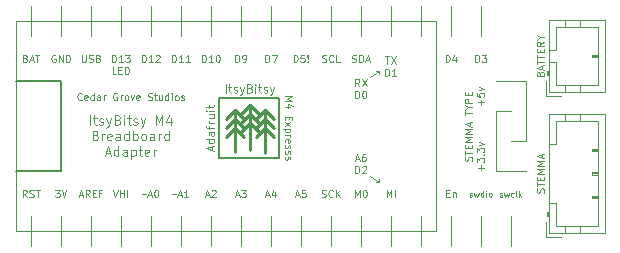
<source format=gto>
G04 #@! TF.GenerationSoftware,KiCad,Pcbnew,(5.0.0-rc2-dev-444-g2974a2c10)*
G04 #@! TF.CreationDate,2019-04-27T15:19:08-07:00*
G04 #@! TF.ProjectId,ItsyBitsy breadboad,49747379426974737920627265616462,v01*
G04 #@! TF.SameCoordinates,Original*
G04 #@! TF.FileFunction,Legend,Top*
G04 #@! TF.FilePolarity,Positive*
%FSLAX46Y46*%
G04 Gerber Fmt 4.6, Leading zero omitted, Abs format (unit mm)*
G04 Created by KiCad (PCBNEW (5.0.0-rc2-dev-444-g2974a2c10)) date 04/27/19 15:19:08*
%MOMM*%
%LPD*%
G01*
G04 APERTURE LIST*
%ADD10C,0.100000*%
%ADD11C,0.120000*%
%ADD12C,0.250000*%
%ADD13C,0.150000*%
G04 APERTURE END LIST*
D10*
X111760000Y-100330000D02*
X111760000Y-97790000D01*
X114300000Y-100330000D02*
X114300000Y-97790000D01*
X116840000Y-100330000D02*
X116840000Y-97790000D01*
X119380000Y-100330000D02*
X119380000Y-97790000D01*
X121920000Y-100330000D02*
X121920000Y-97790000D01*
X124460000Y-100330000D02*
X124460000Y-97790000D01*
X127000000Y-100330000D02*
X127000000Y-97790000D01*
X129540000Y-100330000D02*
X129540000Y-97790000D01*
X132080000Y-100330000D02*
X132080000Y-97790000D01*
X134620000Y-100330000D02*
X134620000Y-97790000D01*
X137160000Y-100330000D02*
X137160000Y-97790000D01*
X139700000Y-100330000D02*
X139700000Y-97790000D01*
X142240000Y-100330000D02*
X142240000Y-97790000D01*
X144780000Y-100330000D02*
X144780000Y-97790000D01*
X147320000Y-100330000D02*
X147320000Y-97790000D01*
X149860000Y-100330000D02*
X149860000Y-97790000D01*
X111760000Y-115570000D02*
X111760000Y-118110000D01*
X114300000Y-115570000D02*
X114300000Y-118110000D01*
X116840000Y-115570000D02*
X116840000Y-118110000D01*
X119380000Y-115570000D02*
X119380000Y-118110000D01*
X121920000Y-115570000D02*
X121920000Y-118110000D01*
X124460000Y-115570000D02*
X124460000Y-118110000D01*
X127000000Y-115570000D02*
X127000000Y-118110000D01*
X129540000Y-115570000D02*
X129540000Y-118110000D01*
X132080000Y-115570000D02*
X132080000Y-118110000D01*
X134620000Y-115570000D02*
X134620000Y-118110000D01*
X137160000Y-115570000D02*
X137160000Y-118110000D01*
X139700000Y-115570000D02*
X139700000Y-118110000D01*
X142240000Y-115570000D02*
X142240000Y-118110000D01*
X144780000Y-115570000D02*
X144780000Y-118110000D01*
X147320000Y-118110000D02*
X147320000Y-115570000D01*
X149860000Y-118110000D02*
X149860000Y-115570000D01*
X152400000Y-118110000D02*
X152400000Y-115570000D01*
D11*
X116082914Y-105675085D02*
X116054342Y-105703657D01*
X115968628Y-105732228D01*
X115911485Y-105732228D01*
X115825771Y-105703657D01*
X115768628Y-105646514D01*
X115740057Y-105589371D01*
X115711485Y-105475085D01*
X115711485Y-105389371D01*
X115740057Y-105275085D01*
X115768628Y-105217942D01*
X115825771Y-105160800D01*
X115911485Y-105132228D01*
X115968628Y-105132228D01*
X116054342Y-105160800D01*
X116082914Y-105189371D01*
X116568628Y-105703657D02*
X116511485Y-105732228D01*
X116397200Y-105732228D01*
X116340057Y-105703657D01*
X116311485Y-105646514D01*
X116311485Y-105417942D01*
X116340057Y-105360800D01*
X116397200Y-105332228D01*
X116511485Y-105332228D01*
X116568628Y-105360800D01*
X116597200Y-105417942D01*
X116597200Y-105475085D01*
X116311485Y-105532228D01*
X117111485Y-105732228D02*
X117111485Y-105132228D01*
X117111485Y-105703657D02*
X117054342Y-105732228D01*
X116940057Y-105732228D01*
X116882914Y-105703657D01*
X116854342Y-105675085D01*
X116825771Y-105617942D01*
X116825771Y-105446514D01*
X116854342Y-105389371D01*
X116882914Y-105360800D01*
X116940057Y-105332228D01*
X117054342Y-105332228D01*
X117111485Y-105360800D01*
X117654342Y-105732228D02*
X117654342Y-105417942D01*
X117625771Y-105360800D01*
X117568628Y-105332228D01*
X117454342Y-105332228D01*
X117397200Y-105360800D01*
X117654342Y-105703657D02*
X117597200Y-105732228D01*
X117454342Y-105732228D01*
X117397200Y-105703657D01*
X117368628Y-105646514D01*
X117368628Y-105589371D01*
X117397200Y-105532228D01*
X117454342Y-105503657D01*
X117597200Y-105503657D01*
X117654342Y-105475085D01*
X117940057Y-105732228D02*
X117940057Y-105332228D01*
X117940057Y-105446514D02*
X117968628Y-105389371D01*
X117997200Y-105360800D01*
X118054342Y-105332228D01*
X118111485Y-105332228D01*
X119082914Y-105160800D02*
X119025771Y-105132228D01*
X118940057Y-105132228D01*
X118854342Y-105160800D01*
X118797200Y-105217942D01*
X118768628Y-105275085D01*
X118740057Y-105389371D01*
X118740057Y-105475085D01*
X118768628Y-105589371D01*
X118797200Y-105646514D01*
X118854342Y-105703657D01*
X118940057Y-105732228D01*
X118997200Y-105732228D01*
X119082914Y-105703657D01*
X119111485Y-105675085D01*
X119111485Y-105475085D01*
X118997200Y-105475085D01*
X119368628Y-105732228D02*
X119368628Y-105332228D01*
X119368628Y-105446514D02*
X119397200Y-105389371D01*
X119425771Y-105360800D01*
X119482914Y-105332228D01*
X119540057Y-105332228D01*
X119825771Y-105732228D02*
X119768628Y-105703657D01*
X119740057Y-105675085D01*
X119711485Y-105617942D01*
X119711485Y-105446514D01*
X119740057Y-105389371D01*
X119768628Y-105360800D01*
X119825771Y-105332228D01*
X119911485Y-105332228D01*
X119968628Y-105360800D01*
X119997200Y-105389371D01*
X120025771Y-105446514D01*
X120025771Y-105617942D01*
X119997200Y-105675085D01*
X119968628Y-105703657D01*
X119911485Y-105732228D01*
X119825771Y-105732228D01*
X120225771Y-105332228D02*
X120368628Y-105732228D01*
X120511485Y-105332228D01*
X120968628Y-105703657D02*
X120911485Y-105732228D01*
X120797200Y-105732228D01*
X120740057Y-105703657D01*
X120711485Y-105646514D01*
X120711485Y-105417942D01*
X120740057Y-105360800D01*
X120797200Y-105332228D01*
X120911485Y-105332228D01*
X120968628Y-105360800D01*
X120997200Y-105417942D01*
X120997200Y-105475085D01*
X120711485Y-105532228D01*
X121682914Y-105703657D02*
X121768628Y-105732228D01*
X121911485Y-105732228D01*
X121968628Y-105703657D01*
X121997200Y-105675085D01*
X122025771Y-105617942D01*
X122025771Y-105560800D01*
X121997200Y-105503657D01*
X121968628Y-105475085D01*
X121911485Y-105446514D01*
X121797200Y-105417942D01*
X121740057Y-105389371D01*
X121711485Y-105360800D01*
X121682914Y-105303657D01*
X121682914Y-105246514D01*
X121711485Y-105189371D01*
X121740057Y-105160800D01*
X121797200Y-105132228D01*
X121940057Y-105132228D01*
X122025771Y-105160800D01*
X122197200Y-105332228D02*
X122425771Y-105332228D01*
X122282914Y-105132228D02*
X122282914Y-105646514D01*
X122311485Y-105703657D01*
X122368628Y-105732228D01*
X122425771Y-105732228D01*
X122882914Y-105332228D02*
X122882914Y-105732228D01*
X122625771Y-105332228D02*
X122625771Y-105646514D01*
X122654342Y-105703657D01*
X122711485Y-105732228D01*
X122797200Y-105732228D01*
X122854342Y-105703657D01*
X122882914Y-105675085D01*
X123425771Y-105732228D02*
X123425771Y-105132228D01*
X123425771Y-105703657D02*
X123368628Y-105732228D01*
X123254342Y-105732228D01*
X123197200Y-105703657D01*
X123168628Y-105675085D01*
X123140057Y-105617942D01*
X123140057Y-105446514D01*
X123168628Y-105389371D01*
X123197200Y-105360800D01*
X123254342Y-105332228D01*
X123368628Y-105332228D01*
X123425771Y-105360800D01*
X123711485Y-105732228D02*
X123711485Y-105332228D01*
X123711485Y-105132228D02*
X123682914Y-105160800D01*
X123711485Y-105189371D01*
X123740057Y-105160800D01*
X123711485Y-105132228D01*
X123711485Y-105189371D01*
X124082914Y-105732228D02*
X124025771Y-105703657D01*
X123997200Y-105675085D01*
X123968628Y-105617942D01*
X123968628Y-105446514D01*
X123997200Y-105389371D01*
X124025771Y-105360800D01*
X124082914Y-105332228D01*
X124168628Y-105332228D01*
X124225771Y-105360800D01*
X124254342Y-105389371D01*
X124282914Y-105446514D01*
X124282914Y-105617942D01*
X124254342Y-105675085D01*
X124225771Y-105703657D01*
X124168628Y-105732228D01*
X124082914Y-105732228D01*
X124511485Y-105703657D02*
X124568628Y-105732228D01*
X124682914Y-105732228D01*
X124740057Y-105703657D01*
X124768628Y-105646514D01*
X124768628Y-105617942D01*
X124740057Y-105560800D01*
X124682914Y-105532228D01*
X124597200Y-105532228D01*
X124540057Y-105503657D01*
X124511485Y-105446514D01*
X124511485Y-105417942D01*
X124540057Y-105360800D01*
X124597200Y-105332228D01*
X124682914Y-105332228D01*
X124740057Y-105360800D01*
D12*
X129051828Y-106589108D02*
X128289828Y-107351108D01*
X129051828Y-107351108D02*
X128289828Y-108113108D01*
X129051828Y-107351108D02*
X129813828Y-108113108D01*
X129051828Y-108113108D02*
X128289828Y-108875108D01*
X129051828Y-108113108D02*
X129813828Y-108875108D01*
X129051828Y-106589108D02*
X129813828Y-107351108D01*
X131591828Y-107351108D02*
X132353828Y-108113108D01*
X131591828Y-106589108D02*
X130829828Y-107351108D01*
X131591828Y-108113108D02*
X132353828Y-108875108D01*
X129051828Y-110145108D02*
X129051828Y-106589108D01*
X130347228Y-109941908D02*
X130347228Y-106131908D01*
X130347228Y-107655908D02*
X129585228Y-108417908D01*
X131591828Y-106589108D02*
X132353828Y-107351108D01*
X130347228Y-106893908D02*
X131109228Y-107655908D01*
X131597400Y-110185200D02*
X131591828Y-106589108D01*
X130347228Y-106131908D02*
X131109228Y-106893908D01*
X130347228Y-106893908D02*
X129585228Y-107655908D01*
X130347228Y-106131908D02*
X129585228Y-106893908D01*
X130347228Y-107655908D02*
X131109228Y-108417908D01*
X131591828Y-107351108D02*
X130829828Y-108113108D01*
X131591828Y-108113108D02*
X130829828Y-108875108D01*
D10*
X151130000Y-111760000D02*
X153670000Y-111760000D01*
X151130000Y-106680000D02*
X151130000Y-111760000D01*
X152400000Y-106680000D02*
X151130000Y-106680000D01*
X153670000Y-109220000D02*
X152400000Y-109220000D01*
X153670000Y-104140000D02*
X153670000Y-109220000D01*
X151130000Y-104140000D02*
X153670000Y-104140000D01*
X146050000Y-99060000D02*
X110490000Y-99060000D01*
X146050000Y-116840000D02*
X146050000Y-99060000D01*
X110490000Y-116840000D02*
X146050000Y-116840000D01*
X110490000Y-99060000D02*
X110490000Y-116840000D01*
D11*
X149086857Y-110850000D02*
X149115428Y-110764285D01*
X149115428Y-110621428D01*
X149086857Y-110564285D01*
X149058285Y-110535714D01*
X149001142Y-110507142D01*
X148944000Y-110507142D01*
X148886857Y-110535714D01*
X148858285Y-110564285D01*
X148829714Y-110621428D01*
X148801142Y-110735714D01*
X148772571Y-110792857D01*
X148744000Y-110821428D01*
X148686857Y-110850000D01*
X148629714Y-110850000D01*
X148572571Y-110821428D01*
X148544000Y-110792857D01*
X148515428Y-110735714D01*
X148515428Y-110592857D01*
X148544000Y-110507142D01*
X148515428Y-110335714D02*
X148515428Y-109992857D01*
X149115428Y-110164285D02*
X148515428Y-110164285D01*
X148801142Y-109792857D02*
X148801142Y-109592857D01*
X149115428Y-109507142D02*
X149115428Y-109792857D01*
X148515428Y-109792857D01*
X148515428Y-109507142D01*
X149115428Y-109250000D02*
X148515428Y-109250000D01*
X148944000Y-109050000D01*
X148515428Y-108850000D01*
X149115428Y-108850000D01*
X149115428Y-108564285D02*
X148515428Y-108564285D01*
X148944000Y-108364285D01*
X148515428Y-108164285D01*
X149115428Y-108164285D01*
X148944000Y-107907142D02*
X148944000Y-107621428D01*
X149115428Y-107964285D02*
X148515428Y-107764285D01*
X149115428Y-107564285D01*
X148515428Y-106992857D02*
X148515428Y-106650000D01*
X149115428Y-106821428D02*
X148515428Y-106821428D01*
X148829714Y-106335714D02*
X149115428Y-106335714D01*
X148515428Y-106535714D02*
X148829714Y-106335714D01*
X148515428Y-106135714D01*
X149115428Y-105935714D02*
X148515428Y-105935714D01*
X148515428Y-105707142D01*
X148544000Y-105650000D01*
X148572571Y-105621428D01*
X148629714Y-105592857D01*
X148715428Y-105592857D01*
X148772571Y-105621428D01*
X148801142Y-105650000D01*
X148829714Y-105707142D01*
X148829714Y-105935714D01*
X148801142Y-105335714D02*
X148801142Y-105135714D01*
X149115428Y-105050000D02*
X149115428Y-105335714D01*
X148515428Y-105335714D01*
X148515428Y-105050000D01*
X127091266Y-109977000D02*
X127091266Y-109643666D01*
X127291266Y-110043666D02*
X126591266Y-109810333D01*
X127291266Y-109577000D01*
X127291266Y-109043666D02*
X126591266Y-109043666D01*
X127257933Y-109043666D02*
X127291266Y-109110333D01*
X127291266Y-109243666D01*
X127257933Y-109310333D01*
X127224600Y-109343666D01*
X127157933Y-109377000D01*
X126957933Y-109377000D01*
X126891266Y-109343666D01*
X126857933Y-109310333D01*
X126824600Y-109243666D01*
X126824600Y-109110333D01*
X126857933Y-109043666D01*
X127291266Y-108410333D02*
X126924600Y-108410333D01*
X126857933Y-108443666D01*
X126824600Y-108510333D01*
X126824600Y-108643666D01*
X126857933Y-108710333D01*
X127257933Y-108410333D02*
X127291266Y-108477000D01*
X127291266Y-108643666D01*
X127257933Y-108710333D01*
X127191266Y-108743666D01*
X127124600Y-108743666D01*
X127057933Y-108710333D01*
X127024600Y-108643666D01*
X127024600Y-108477000D01*
X126991266Y-108410333D01*
X126824600Y-108177000D02*
X126824600Y-107910333D01*
X127291266Y-108077000D02*
X126691266Y-108077000D01*
X126624600Y-108043666D01*
X126591266Y-107977000D01*
X126591266Y-107910333D01*
X127291266Y-107677000D02*
X126824600Y-107677000D01*
X126957933Y-107677000D02*
X126891266Y-107643666D01*
X126857933Y-107610333D01*
X126824600Y-107543666D01*
X126824600Y-107477000D01*
X126824600Y-106943666D02*
X127291266Y-106943666D01*
X126824600Y-107243666D02*
X127191266Y-107243666D01*
X127257933Y-107210333D01*
X127291266Y-107143666D01*
X127291266Y-107043666D01*
X127257933Y-106977000D01*
X127224600Y-106943666D01*
X127291266Y-106610333D02*
X126824600Y-106610333D01*
X126591266Y-106610333D02*
X126624600Y-106643666D01*
X126657933Y-106610333D01*
X126624600Y-106577000D01*
X126591266Y-106610333D01*
X126657933Y-106610333D01*
X126824600Y-106377000D02*
X126824600Y-106110333D01*
X126591266Y-106277000D02*
X127191266Y-106277000D01*
X127257933Y-106243666D01*
X127291266Y-106177000D01*
X127291266Y-106110333D01*
X133307171Y-105405571D02*
X133907171Y-105405571D01*
X133478600Y-105605571D01*
X133907171Y-105805571D01*
X133307171Y-105805571D01*
X133707171Y-106348428D02*
X133307171Y-106348428D01*
X133935742Y-106205571D02*
X133507171Y-106062714D01*
X133507171Y-106434142D01*
X133621457Y-107119857D02*
X133621457Y-107319857D01*
X133307171Y-107405571D02*
X133307171Y-107119857D01*
X133907171Y-107119857D01*
X133907171Y-107405571D01*
X133307171Y-107605571D02*
X133707171Y-107919857D01*
X133707171Y-107605571D02*
X133307171Y-107919857D01*
X133707171Y-108148428D02*
X133107171Y-108148428D01*
X133678600Y-108148428D02*
X133707171Y-108205571D01*
X133707171Y-108319857D01*
X133678600Y-108377000D01*
X133650028Y-108405571D01*
X133592885Y-108434142D01*
X133421457Y-108434142D01*
X133364314Y-108405571D01*
X133335742Y-108377000D01*
X133307171Y-108319857D01*
X133307171Y-108205571D01*
X133335742Y-108148428D01*
X133307171Y-108691285D02*
X133707171Y-108691285D01*
X133592885Y-108691285D02*
X133650028Y-108719857D01*
X133678600Y-108748428D01*
X133707171Y-108805571D01*
X133707171Y-108862714D01*
X133335742Y-109291285D02*
X133307171Y-109234142D01*
X133307171Y-109119857D01*
X133335742Y-109062714D01*
X133392885Y-109034142D01*
X133621457Y-109034142D01*
X133678600Y-109062714D01*
X133707171Y-109119857D01*
X133707171Y-109234142D01*
X133678600Y-109291285D01*
X133621457Y-109319857D01*
X133564314Y-109319857D01*
X133507171Y-109034142D01*
X133335742Y-109548428D02*
X133307171Y-109605571D01*
X133307171Y-109719857D01*
X133335742Y-109777000D01*
X133392885Y-109805571D01*
X133421457Y-109805571D01*
X133478600Y-109777000D01*
X133507171Y-109719857D01*
X133507171Y-109634142D01*
X133535742Y-109577000D01*
X133592885Y-109548428D01*
X133621457Y-109548428D01*
X133678600Y-109577000D01*
X133707171Y-109634142D01*
X133707171Y-109719857D01*
X133678600Y-109777000D01*
X133335742Y-110034142D02*
X133307171Y-110091285D01*
X133307171Y-110205571D01*
X133335742Y-110262714D01*
X133392885Y-110291285D01*
X133421457Y-110291285D01*
X133478600Y-110262714D01*
X133507171Y-110205571D01*
X133507171Y-110119857D01*
X133535742Y-110062714D01*
X133592885Y-110034142D01*
X133621457Y-110034142D01*
X133678600Y-110062714D01*
X133707171Y-110119857D01*
X133707171Y-110205571D01*
X133678600Y-110262714D01*
X133335742Y-110519857D02*
X133307171Y-110577000D01*
X133307171Y-110691285D01*
X133335742Y-110748428D01*
X133392885Y-110777000D01*
X133421457Y-110777000D01*
X133478600Y-110748428D01*
X133507171Y-110691285D01*
X133507171Y-110605571D01*
X133535742Y-110548428D01*
X133592885Y-110519857D01*
X133621457Y-110519857D01*
X133678600Y-110548428D01*
X133707171Y-110605571D01*
X133707171Y-110691285D01*
X133678600Y-110748428D01*
X128259933Y-105091666D02*
X128259933Y-104391666D01*
X128493266Y-104625000D02*
X128759933Y-104625000D01*
X128593266Y-104391666D02*
X128593266Y-104991666D01*
X128626600Y-105058333D01*
X128693266Y-105091666D01*
X128759933Y-105091666D01*
X128959933Y-105058333D02*
X129026600Y-105091666D01*
X129159933Y-105091666D01*
X129226600Y-105058333D01*
X129259933Y-104991666D01*
X129259933Y-104958333D01*
X129226600Y-104891666D01*
X129159933Y-104858333D01*
X129059933Y-104858333D01*
X128993266Y-104825000D01*
X128959933Y-104758333D01*
X128959933Y-104725000D01*
X128993266Y-104658333D01*
X129059933Y-104625000D01*
X129159933Y-104625000D01*
X129226600Y-104658333D01*
X129493266Y-104625000D02*
X129659933Y-105091666D01*
X129826600Y-104625000D02*
X129659933Y-105091666D01*
X129593266Y-105258333D01*
X129559933Y-105291666D01*
X129493266Y-105325000D01*
X130326600Y-104725000D02*
X130426600Y-104758333D01*
X130459933Y-104791666D01*
X130493266Y-104858333D01*
X130493266Y-104958333D01*
X130459933Y-105025000D01*
X130426600Y-105058333D01*
X130359933Y-105091666D01*
X130093266Y-105091666D01*
X130093266Y-104391666D01*
X130326600Y-104391666D01*
X130393266Y-104425000D01*
X130426600Y-104458333D01*
X130459933Y-104525000D01*
X130459933Y-104591666D01*
X130426600Y-104658333D01*
X130393266Y-104691666D01*
X130326600Y-104725000D01*
X130093266Y-104725000D01*
X130793266Y-105091666D02*
X130793266Y-104625000D01*
X130793266Y-104391666D02*
X130759933Y-104425000D01*
X130793266Y-104458333D01*
X130826600Y-104425000D01*
X130793266Y-104391666D01*
X130793266Y-104458333D01*
X131026600Y-104625000D02*
X131293266Y-104625000D01*
X131126600Y-104391666D02*
X131126600Y-104991666D01*
X131159933Y-105058333D01*
X131226600Y-105091666D01*
X131293266Y-105091666D01*
X131493266Y-105058333D02*
X131559933Y-105091666D01*
X131693266Y-105091666D01*
X131759933Y-105058333D01*
X131793266Y-104991666D01*
X131793266Y-104958333D01*
X131759933Y-104891666D01*
X131693266Y-104858333D01*
X131593266Y-104858333D01*
X131526600Y-104825000D01*
X131493266Y-104758333D01*
X131493266Y-104725000D01*
X131526600Y-104658333D01*
X131593266Y-104625000D01*
X131693266Y-104625000D01*
X131759933Y-104658333D01*
X132026600Y-104625000D02*
X132193266Y-105091666D01*
X132359933Y-104625000D02*
X132193266Y-105091666D01*
X132126600Y-105258333D01*
X132093266Y-105291666D01*
X132026600Y-105325000D01*
D13*
X127736600Y-110617000D02*
X127736600Y-105537000D01*
X132816600Y-110617000D02*
X127736600Y-110617000D01*
X132816600Y-105537000D02*
X132816600Y-110617000D01*
X127736600Y-105537000D02*
X132816600Y-105537000D01*
X114300000Y-111760000D02*
X110490000Y-111760000D01*
X114300000Y-104140000D02*
X114300000Y-111760000D01*
X110490000Y-104140000D02*
X114300000Y-104140000D01*
D10*
X141224000Y-103251000D02*
X141224000Y-103505000D01*
X141224000Y-103251000D02*
X140970000Y-103251000D01*
X140462000Y-103759000D02*
X141224000Y-103251000D01*
D11*
X139600000Y-104536428D02*
X139400000Y-104250714D01*
X139257142Y-104536428D02*
X139257142Y-103936428D01*
X139485714Y-103936428D01*
X139542857Y-103965000D01*
X139571428Y-103993571D01*
X139600000Y-104050714D01*
X139600000Y-104136428D01*
X139571428Y-104193571D01*
X139542857Y-104222142D01*
X139485714Y-104250714D01*
X139257142Y-104250714D01*
X139800000Y-103936428D02*
X140200000Y-104536428D01*
X140200000Y-103936428D02*
X139800000Y-104536428D01*
X139257142Y-105556428D02*
X139257142Y-104956428D01*
X139400000Y-104956428D01*
X139485714Y-104985000D01*
X139542857Y-105042142D01*
X139571428Y-105099285D01*
X139600000Y-105213571D01*
X139600000Y-105299285D01*
X139571428Y-105413571D01*
X139542857Y-105470714D01*
X139485714Y-105527857D01*
X139400000Y-105556428D01*
X139257142Y-105556428D01*
X139971428Y-104956428D02*
X140028571Y-104956428D01*
X140085714Y-104985000D01*
X140114285Y-105013571D01*
X140142857Y-105070714D01*
X140171428Y-105185000D01*
X140171428Y-105327857D01*
X140142857Y-105442142D01*
X140114285Y-105499285D01*
X140085714Y-105527857D01*
X140028571Y-105556428D01*
X139971428Y-105556428D01*
X139914285Y-105527857D01*
X139885714Y-105499285D01*
X139857142Y-105442142D01*
X139828571Y-105327857D01*
X139828571Y-105185000D01*
X139857142Y-105070714D01*
X139885714Y-105013571D01*
X139914285Y-104985000D01*
X139971428Y-104956428D01*
D10*
X141224000Y-112649000D02*
X140970000Y-112649000D01*
X141224000Y-112649000D02*
X141224000Y-112395000D01*
X140462000Y-112141000D02*
X141224000Y-112649000D01*
D11*
X139271428Y-110715000D02*
X139557142Y-110715000D01*
X139214285Y-110886428D02*
X139414285Y-110286428D01*
X139614285Y-110886428D01*
X140071428Y-110286428D02*
X139957142Y-110286428D01*
X139900000Y-110315000D01*
X139871428Y-110343571D01*
X139814285Y-110429285D01*
X139785714Y-110543571D01*
X139785714Y-110772142D01*
X139814285Y-110829285D01*
X139842857Y-110857857D01*
X139900000Y-110886428D01*
X140014285Y-110886428D01*
X140071428Y-110857857D01*
X140100000Y-110829285D01*
X140128571Y-110772142D01*
X140128571Y-110629285D01*
X140100000Y-110572142D01*
X140071428Y-110543571D01*
X140014285Y-110515000D01*
X139900000Y-110515000D01*
X139842857Y-110543571D01*
X139814285Y-110572142D01*
X139785714Y-110629285D01*
X139257142Y-111906428D02*
X139257142Y-111306428D01*
X139400000Y-111306428D01*
X139485714Y-111335000D01*
X139542857Y-111392142D01*
X139571428Y-111449285D01*
X139600000Y-111563571D01*
X139600000Y-111649285D01*
X139571428Y-111763571D01*
X139542857Y-111820714D01*
X139485714Y-111877857D01*
X139400000Y-111906428D01*
X139257142Y-111906428D01*
X139828571Y-111363571D02*
X139857142Y-111335000D01*
X139914285Y-111306428D01*
X140057142Y-111306428D01*
X140114285Y-111335000D01*
X140142857Y-111363571D01*
X140171428Y-111420714D01*
X140171428Y-111477857D01*
X140142857Y-111563571D01*
X139800000Y-111906428D01*
X140171428Y-111906428D01*
X141897142Y-113936428D02*
X141897142Y-113336428D01*
X142097142Y-113765000D01*
X142297142Y-113336428D01*
X142297142Y-113936428D01*
X142582857Y-113936428D02*
X142582857Y-113336428D01*
X139214285Y-113936428D02*
X139214285Y-113336428D01*
X139414285Y-113765000D01*
X139614285Y-113336428D01*
X139614285Y-113936428D01*
X140014285Y-113336428D02*
X140071428Y-113336428D01*
X140128571Y-113365000D01*
X140157142Y-113393571D01*
X140185714Y-113450714D01*
X140214285Y-113565000D01*
X140214285Y-113707857D01*
X140185714Y-113822142D01*
X140157142Y-113879285D01*
X140128571Y-113907857D01*
X140071428Y-113936428D01*
X140014285Y-113936428D01*
X139957142Y-113907857D01*
X139928571Y-113879285D01*
X139900000Y-113822142D01*
X139871428Y-113707857D01*
X139871428Y-113565000D01*
X139900000Y-113450714D01*
X139928571Y-113393571D01*
X139957142Y-113365000D01*
X140014285Y-113336428D01*
X136388571Y-113907857D02*
X136474285Y-113936428D01*
X136617142Y-113936428D01*
X136674285Y-113907857D01*
X136702857Y-113879285D01*
X136731428Y-113822142D01*
X136731428Y-113765000D01*
X136702857Y-113707857D01*
X136674285Y-113679285D01*
X136617142Y-113650714D01*
X136502857Y-113622142D01*
X136445714Y-113593571D01*
X136417142Y-113565000D01*
X136388571Y-113507857D01*
X136388571Y-113450714D01*
X136417142Y-113393571D01*
X136445714Y-113365000D01*
X136502857Y-113336428D01*
X136645714Y-113336428D01*
X136731428Y-113365000D01*
X137331428Y-113879285D02*
X137302857Y-113907857D01*
X137217142Y-113936428D01*
X137160000Y-113936428D01*
X137074285Y-113907857D01*
X137017142Y-113850714D01*
X136988571Y-113793571D01*
X136960000Y-113679285D01*
X136960000Y-113593571D01*
X136988571Y-113479285D01*
X137017142Y-113422142D01*
X137074285Y-113365000D01*
X137160000Y-113336428D01*
X137217142Y-113336428D01*
X137302857Y-113365000D01*
X137331428Y-113393571D01*
X137588571Y-113936428D02*
X137588571Y-113336428D01*
X137931428Y-113936428D02*
X137674285Y-113593571D01*
X137931428Y-113336428D02*
X137588571Y-113679285D01*
X134191428Y-113765000D02*
X134477142Y-113765000D01*
X134134285Y-113936428D02*
X134334285Y-113336428D01*
X134534285Y-113936428D01*
X135020000Y-113336428D02*
X134734285Y-113336428D01*
X134705714Y-113622142D01*
X134734285Y-113593571D01*
X134791428Y-113565000D01*
X134934285Y-113565000D01*
X134991428Y-113593571D01*
X135020000Y-113622142D01*
X135048571Y-113679285D01*
X135048571Y-113822142D01*
X135020000Y-113879285D01*
X134991428Y-113907857D01*
X134934285Y-113936428D01*
X134791428Y-113936428D01*
X134734285Y-113907857D01*
X134705714Y-113879285D01*
X131651428Y-113765000D02*
X131937142Y-113765000D01*
X131594285Y-113936428D02*
X131794285Y-113336428D01*
X131994285Y-113936428D01*
X132451428Y-113536428D02*
X132451428Y-113936428D01*
X132308571Y-113307857D02*
X132165714Y-113736428D01*
X132537142Y-113736428D01*
X129111428Y-113765000D02*
X129397142Y-113765000D01*
X129054285Y-113936428D02*
X129254285Y-113336428D01*
X129454285Y-113936428D01*
X129597142Y-113336428D02*
X129968571Y-113336428D01*
X129768571Y-113565000D01*
X129854285Y-113565000D01*
X129911428Y-113593571D01*
X129940000Y-113622142D01*
X129968571Y-113679285D01*
X129968571Y-113822142D01*
X129940000Y-113879285D01*
X129911428Y-113907857D01*
X129854285Y-113936428D01*
X129682857Y-113936428D01*
X129625714Y-113907857D01*
X129597142Y-113879285D01*
X126571428Y-113765000D02*
X126857142Y-113765000D01*
X126514285Y-113936428D02*
X126714285Y-113336428D01*
X126914285Y-113936428D01*
X127085714Y-113393571D02*
X127114285Y-113365000D01*
X127171428Y-113336428D01*
X127314285Y-113336428D01*
X127371428Y-113365000D01*
X127400000Y-113393571D01*
X127428571Y-113450714D01*
X127428571Y-113507857D01*
X127400000Y-113593571D01*
X127057142Y-113936428D01*
X127428571Y-113936428D01*
X123760000Y-113707857D02*
X123788571Y-113679285D01*
X123845714Y-113650714D01*
X123960000Y-113707857D01*
X124017142Y-113679285D01*
X124045714Y-113650714D01*
X124245714Y-113765000D02*
X124531428Y-113765000D01*
X124188571Y-113936428D02*
X124388571Y-113336428D01*
X124588571Y-113936428D01*
X125102857Y-113936428D02*
X124760000Y-113936428D01*
X124931428Y-113936428D02*
X124931428Y-113336428D01*
X124874285Y-113422142D01*
X124817142Y-113479285D01*
X124760000Y-113507857D01*
X121220000Y-113707857D02*
X121248571Y-113679285D01*
X121305714Y-113650714D01*
X121420000Y-113707857D01*
X121477142Y-113679285D01*
X121505714Y-113650714D01*
X121705714Y-113765000D02*
X121991428Y-113765000D01*
X121648571Y-113936428D02*
X121848571Y-113336428D01*
X122048571Y-113936428D01*
X122362857Y-113336428D02*
X122420000Y-113336428D01*
X122477142Y-113365000D01*
X122505714Y-113393571D01*
X122534285Y-113450714D01*
X122562857Y-113565000D01*
X122562857Y-113707857D01*
X122534285Y-113822142D01*
X122505714Y-113879285D01*
X122477142Y-113907857D01*
X122420000Y-113936428D01*
X122362857Y-113936428D01*
X122305714Y-113907857D01*
X122277142Y-113879285D01*
X122248571Y-113822142D01*
X122220000Y-113707857D01*
X122220000Y-113565000D01*
X122248571Y-113450714D01*
X122277142Y-113393571D01*
X122305714Y-113365000D01*
X122362857Y-113336428D01*
X118722857Y-113336428D02*
X118922857Y-113936428D01*
X119122857Y-113336428D01*
X119322857Y-113936428D02*
X119322857Y-113336428D01*
X119322857Y-113622142D02*
X119665714Y-113622142D01*
X119665714Y-113936428D02*
X119665714Y-113336428D01*
X119951428Y-113936428D02*
X119951428Y-113336428D01*
X115868571Y-113765000D02*
X116154285Y-113765000D01*
X115811428Y-113936428D02*
X116011428Y-113336428D01*
X116211428Y-113936428D01*
X116754285Y-113936428D02*
X116554285Y-113650714D01*
X116411428Y-113936428D02*
X116411428Y-113336428D01*
X116640000Y-113336428D01*
X116697142Y-113365000D01*
X116725714Y-113393571D01*
X116754285Y-113450714D01*
X116754285Y-113536428D01*
X116725714Y-113593571D01*
X116697142Y-113622142D01*
X116640000Y-113650714D01*
X116411428Y-113650714D01*
X117011428Y-113622142D02*
X117211428Y-113622142D01*
X117297142Y-113936428D02*
X117011428Y-113936428D01*
X117011428Y-113336428D01*
X117297142Y-113336428D01*
X117754285Y-113622142D02*
X117554285Y-113622142D01*
X117554285Y-113936428D02*
X117554285Y-113336428D01*
X117840000Y-113336428D01*
X113842857Y-113336428D02*
X114214285Y-113336428D01*
X114014285Y-113565000D01*
X114100000Y-113565000D01*
X114157142Y-113593571D01*
X114185714Y-113622142D01*
X114214285Y-113679285D01*
X114214285Y-113822142D01*
X114185714Y-113879285D01*
X114157142Y-113907857D01*
X114100000Y-113936428D01*
X113928571Y-113936428D01*
X113871428Y-113907857D01*
X113842857Y-113879285D01*
X114385714Y-113336428D02*
X114585714Y-113936428D01*
X114785714Y-113336428D01*
X111431428Y-113936428D02*
X111231428Y-113650714D01*
X111088571Y-113936428D02*
X111088571Y-113336428D01*
X111317142Y-113336428D01*
X111374285Y-113365000D01*
X111402857Y-113393571D01*
X111431428Y-113450714D01*
X111431428Y-113536428D01*
X111402857Y-113593571D01*
X111374285Y-113622142D01*
X111317142Y-113650714D01*
X111088571Y-113650714D01*
X111660000Y-113907857D02*
X111745714Y-113936428D01*
X111888571Y-113936428D01*
X111945714Y-113907857D01*
X111974285Y-113879285D01*
X112002857Y-113822142D01*
X112002857Y-113765000D01*
X111974285Y-113707857D01*
X111945714Y-113679285D01*
X111888571Y-113650714D01*
X111774285Y-113622142D01*
X111717142Y-113593571D01*
X111688571Y-113565000D01*
X111660000Y-113507857D01*
X111660000Y-113450714D01*
X111688571Y-113393571D01*
X111717142Y-113365000D01*
X111774285Y-113336428D01*
X111917142Y-113336428D01*
X112002857Y-113365000D01*
X112174285Y-113336428D02*
X112517142Y-113336428D01*
X112345714Y-113936428D02*
X112345714Y-113336428D01*
X111317142Y-102192142D02*
X111402857Y-102220714D01*
X111431428Y-102249285D01*
X111460000Y-102306428D01*
X111460000Y-102392142D01*
X111431428Y-102449285D01*
X111402857Y-102477857D01*
X111345714Y-102506428D01*
X111117142Y-102506428D01*
X111117142Y-101906428D01*
X111317142Y-101906428D01*
X111374285Y-101935000D01*
X111402857Y-101963571D01*
X111431428Y-102020714D01*
X111431428Y-102077857D01*
X111402857Y-102135000D01*
X111374285Y-102163571D01*
X111317142Y-102192142D01*
X111117142Y-102192142D01*
X111688571Y-102335000D02*
X111974285Y-102335000D01*
X111631428Y-102506428D02*
X111831428Y-101906428D01*
X112031428Y-102506428D01*
X112145714Y-101906428D02*
X112488571Y-101906428D01*
X112317142Y-102506428D02*
X112317142Y-101906428D01*
X113842857Y-101935000D02*
X113785714Y-101906428D01*
X113700000Y-101906428D01*
X113614285Y-101935000D01*
X113557142Y-101992142D01*
X113528571Y-102049285D01*
X113500000Y-102163571D01*
X113500000Y-102249285D01*
X113528571Y-102363571D01*
X113557142Y-102420714D01*
X113614285Y-102477857D01*
X113700000Y-102506428D01*
X113757142Y-102506428D01*
X113842857Y-102477857D01*
X113871428Y-102449285D01*
X113871428Y-102249285D01*
X113757142Y-102249285D01*
X114128571Y-102506428D02*
X114128571Y-101906428D01*
X114471428Y-102506428D01*
X114471428Y-101906428D01*
X114757142Y-102506428D02*
X114757142Y-101906428D01*
X114900000Y-101906428D01*
X114985714Y-101935000D01*
X115042857Y-101992142D01*
X115071428Y-102049285D01*
X115100000Y-102163571D01*
X115100000Y-102249285D01*
X115071428Y-102363571D01*
X115042857Y-102420714D01*
X114985714Y-102477857D01*
X114900000Y-102506428D01*
X114757142Y-102506428D01*
X116082857Y-101906428D02*
X116082857Y-102392142D01*
X116111428Y-102449285D01*
X116140000Y-102477857D01*
X116197142Y-102506428D01*
X116311428Y-102506428D01*
X116368571Y-102477857D01*
X116397142Y-102449285D01*
X116425714Y-102392142D01*
X116425714Y-101906428D01*
X116682857Y-102477857D02*
X116768571Y-102506428D01*
X116911428Y-102506428D01*
X116968571Y-102477857D01*
X116997142Y-102449285D01*
X117025714Y-102392142D01*
X117025714Y-102335000D01*
X116997142Y-102277857D01*
X116968571Y-102249285D01*
X116911428Y-102220714D01*
X116797142Y-102192142D01*
X116740000Y-102163571D01*
X116711428Y-102135000D01*
X116682857Y-102077857D01*
X116682857Y-102020714D01*
X116711428Y-101963571D01*
X116740000Y-101935000D01*
X116797142Y-101906428D01*
X116940000Y-101906428D01*
X117025714Y-101935000D01*
X117482857Y-102192142D02*
X117568571Y-102220714D01*
X117597142Y-102249285D01*
X117625714Y-102306428D01*
X117625714Y-102392142D01*
X117597142Y-102449285D01*
X117568571Y-102477857D01*
X117511428Y-102506428D01*
X117282857Y-102506428D01*
X117282857Y-101906428D01*
X117482857Y-101906428D01*
X117540000Y-101935000D01*
X117568571Y-101963571D01*
X117597142Y-102020714D01*
X117597142Y-102077857D01*
X117568571Y-102135000D01*
X117540000Y-102163571D01*
X117482857Y-102192142D01*
X117282857Y-102192142D01*
X118651428Y-102504428D02*
X118651428Y-101904428D01*
X118794285Y-101904428D01*
X118880000Y-101933000D01*
X118937142Y-101990142D01*
X118965714Y-102047285D01*
X118994285Y-102161571D01*
X118994285Y-102247285D01*
X118965714Y-102361571D01*
X118937142Y-102418714D01*
X118880000Y-102475857D01*
X118794285Y-102504428D01*
X118651428Y-102504428D01*
X119565714Y-102504428D02*
X119222857Y-102504428D01*
X119394285Y-102504428D02*
X119394285Y-101904428D01*
X119337142Y-101990142D01*
X119280000Y-102047285D01*
X119222857Y-102075857D01*
X119765714Y-101904428D02*
X120137142Y-101904428D01*
X119937142Y-102133000D01*
X120022857Y-102133000D01*
X120080000Y-102161571D01*
X120108571Y-102190142D01*
X120137142Y-102247285D01*
X120137142Y-102390142D01*
X120108571Y-102447285D01*
X120080000Y-102475857D01*
X120022857Y-102504428D01*
X119851428Y-102504428D01*
X119794285Y-102475857D01*
X119765714Y-102447285D01*
X118994285Y-103524428D02*
X118708571Y-103524428D01*
X118708571Y-102924428D01*
X119194285Y-103210142D02*
X119394285Y-103210142D01*
X119480000Y-103524428D02*
X119194285Y-103524428D01*
X119194285Y-102924428D01*
X119480000Y-102924428D01*
X119737142Y-103524428D02*
X119737142Y-102924428D01*
X119880000Y-102924428D01*
X119965714Y-102953000D01*
X120022857Y-103010142D01*
X120051428Y-103067285D01*
X120080000Y-103181571D01*
X120080000Y-103267285D01*
X120051428Y-103381571D01*
X120022857Y-103438714D01*
X119965714Y-103495857D01*
X119880000Y-103524428D01*
X119737142Y-103524428D01*
X121191428Y-102506428D02*
X121191428Y-101906428D01*
X121334285Y-101906428D01*
X121420000Y-101935000D01*
X121477142Y-101992142D01*
X121505714Y-102049285D01*
X121534285Y-102163571D01*
X121534285Y-102249285D01*
X121505714Y-102363571D01*
X121477142Y-102420714D01*
X121420000Y-102477857D01*
X121334285Y-102506428D01*
X121191428Y-102506428D01*
X122105714Y-102506428D02*
X121762857Y-102506428D01*
X121934285Y-102506428D02*
X121934285Y-101906428D01*
X121877142Y-101992142D01*
X121820000Y-102049285D01*
X121762857Y-102077857D01*
X122334285Y-101963571D02*
X122362857Y-101935000D01*
X122420000Y-101906428D01*
X122562857Y-101906428D01*
X122620000Y-101935000D01*
X122648571Y-101963571D01*
X122677142Y-102020714D01*
X122677142Y-102077857D01*
X122648571Y-102163571D01*
X122305714Y-102506428D01*
X122677142Y-102506428D01*
X123731428Y-102506428D02*
X123731428Y-101906428D01*
X123874285Y-101906428D01*
X123960000Y-101935000D01*
X124017142Y-101992142D01*
X124045714Y-102049285D01*
X124074285Y-102163571D01*
X124074285Y-102249285D01*
X124045714Y-102363571D01*
X124017142Y-102420714D01*
X123960000Y-102477857D01*
X123874285Y-102506428D01*
X123731428Y-102506428D01*
X124645714Y-102506428D02*
X124302857Y-102506428D01*
X124474285Y-102506428D02*
X124474285Y-101906428D01*
X124417142Y-101992142D01*
X124360000Y-102049285D01*
X124302857Y-102077857D01*
X125217142Y-102506428D02*
X124874285Y-102506428D01*
X125045714Y-102506428D02*
X125045714Y-101906428D01*
X124988571Y-101992142D01*
X124931428Y-102049285D01*
X124874285Y-102077857D01*
X126271428Y-102506428D02*
X126271428Y-101906428D01*
X126414285Y-101906428D01*
X126500000Y-101935000D01*
X126557142Y-101992142D01*
X126585714Y-102049285D01*
X126614285Y-102163571D01*
X126614285Y-102249285D01*
X126585714Y-102363571D01*
X126557142Y-102420714D01*
X126500000Y-102477857D01*
X126414285Y-102506428D01*
X126271428Y-102506428D01*
X127185714Y-102506428D02*
X126842857Y-102506428D01*
X127014285Y-102506428D02*
X127014285Y-101906428D01*
X126957142Y-101992142D01*
X126900000Y-102049285D01*
X126842857Y-102077857D01*
X127557142Y-101906428D02*
X127614285Y-101906428D01*
X127671428Y-101935000D01*
X127700000Y-101963571D01*
X127728571Y-102020714D01*
X127757142Y-102135000D01*
X127757142Y-102277857D01*
X127728571Y-102392142D01*
X127700000Y-102449285D01*
X127671428Y-102477857D01*
X127614285Y-102506428D01*
X127557142Y-102506428D01*
X127500000Y-102477857D01*
X127471428Y-102449285D01*
X127442857Y-102392142D01*
X127414285Y-102277857D01*
X127414285Y-102135000D01*
X127442857Y-102020714D01*
X127471428Y-101963571D01*
X127500000Y-101935000D01*
X127557142Y-101906428D01*
X129097142Y-102506428D02*
X129097142Y-101906428D01*
X129240000Y-101906428D01*
X129325714Y-101935000D01*
X129382857Y-101992142D01*
X129411428Y-102049285D01*
X129440000Y-102163571D01*
X129440000Y-102249285D01*
X129411428Y-102363571D01*
X129382857Y-102420714D01*
X129325714Y-102477857D01*
X129240000Y-102506428D01*
X129097142Y-102506428D01*
X129725714Y-102506428D02*
X129840000Y-102506428D01*
X129897142Y-102477857D01*
X129925714Y-102449285D01*
X129982857Y-102363571D01*
X130011428Y-102249285D01*
X130011428Y-102020714D01*
X129982857Y-101963571D01*
X129954285Y-101935000D01*
X129897142Y-101906428D01*
X129782857Y-101906428D01*
X129725714Y-101935000D01*
X129697142Y-101963571D01*
X129668571Y-102020714D01*
X129668571Y-102163571D01*
X129697142Y-102220714D01*
X129725714Y-102249285D01*
X129782857Y-102277857D01*
X129897142Y-102277857D01*
X129954285Y-102249285D01*
X129982857Y-102220714D01*
X130011428Y-102163571D01*
X131637142Y-102506428D02*
X131637142Y-101906428D01*
X131780000Y-101906428D01*
X131865714Y-101935000D01*
X131922857Y-101992142D01*
X131951428Y-102049285D01*
X131980000Y-102163571D01*
X131980000Y-102249285D01*
X131951428Y-102363571D01*
X131922857Y-102420714D01*
X131865714Y-102477857D01*
X131780000Y-102506428D01*
X131637142Y-102506428D01*
X132180000Y-101906428D02*
X132580000Y-101906428D01*
X132322857Y-102506428D01*
X134034285Y-102506428D02*
X134034285Y-101906428D01*
X134177142Y-101906428D01*
X134262857Y-101935000D01*
X134320000Y-101992142D01*
X134348571Y-102049285D01*
X134377142Y-102163571D01*
X134377142Y-102249285D01*
X134348571Y-102363571D01*
X134320000Y-102420714D01*
X134262857Y-102477857D01*
X134177142Y-102506428D01*
X134034285Y-102506428D01*
X134920000Y-101906428D02*
X134634285Y-101906428D01*
X134605714Y-102192142D01*
X134634285Y-102163571D01*
X134691428Y-102135000D01*
X134834285Y-102135000D01*
X134891428Y-102163571D01*
X134920000Y-102192142D01*
X134948571Y-102249285D01*
X134948571Y-102392142D01*
X134920000Y-102449285D01*
X134891428Y-102477857D01*
X134834285Y-102506428D01*
X134691428Y-102506428D01*
X134634285Y-102477857D01*
X134605714Y-102449285D01*
X135205714Y-102449285D02*
X135234285Y-102477857D01*
X135205714Y-102506428D01*
X135177142Y-102477857D01*
X135205714Y-102449285D01*
X135205714Y-102506428D01*
X135205714Y-102277857D02*
X135177142Y-101935000D01*
X135205714Y-101906428D01*
X135234285Y-101935000D01*
X135205714Y-102277857D01*
X135205714Y-101906428D01*
X136445714Y-102477857D02*
X136531428Y-102506428D01*
X136674285Y-102506428D01*
X136731428Y-102477857D01*
X136760000Y-102449285D01*
X136788571Y-102392142D01*
X136788571Y-102335000D01*
X136760000Y-102277857D01*
X136731428Y-102249285D01*
X136674285Y-102220714D01*
X136560000Y-102192142D01*
X136502857Y-102163571D01*
X136474285Y-102135000D01*
X136445714Y-102077857D01*
X136445714Y-102020714D01*
X136474285Y-101963571D01*
X136502857Y-101935000D01*
X136560000Y-101906428D01*
X136702857Y-101906428D01*
X136788571Y-101935000D01*
X137388571Y-102449285D02*
X137360000Y-102477857D01*
X137274285Y-102506428D01*
X137217142Y-102506428D01*
X137131428Y-102477857D01*
X137074285Y-102420714D01*
X137045714Y-102363571D01*
X137017142Y-102249285D01*
X137017142Y-102163571D01*
X137045714Y-102049285D01*
X137074285Y-101992142D01*
X137131428Y-101935000D01*
X137217142Y-101906428D01*
X137274285Y-101906428D01*
X137360000Y-101935000D01*
X137388571Y-101963571D01*
X137931428Y-102506428D02*
X137645714Y-102506428D01*
X137645714Y-101906428D01*
X138971428Y-102477857D02*
X139057142Y-102506428D01*
X139200000Y-102506428D01*
X139257142Y-102477857D01*
X139285714Y-102449285D01*
X139314285Y-102392142D01*
X139314285Y-102335000D01*
X139285714Y-102277857D01*
X139257142Y-102249285D01*
X139200000Y-102220714D01*
X139085714Y-102192142D01*
X139028571Y-102163571D01*
X139000000Y-102135000D01*
X138971428Y-102077857D01*
X138971428Y-102020714D01*
X139000000Y-101963571D01*
X139028571Y-101935000D01*
X139085714Y-101906428D01*
X139228571Y-101906428D01*
X139314285Y-101935000D01*
X139571428Y-102506428D02*
X139571428Y-101906428D01*
X139714285Y-101906428D01*
X139800000Y-101935000D01*
X139857142Y-101992142D01*
X139885714Y-102049285D01*
X139914285Y-102163571D01*
X139914285Y-102249285D01*
X139885714Y-102363571D01*
X139857142Y-102420714D01*
X139800000Y-102477857D01*
X139714285Y-102506428D01*
X139571428Y-102506428D01*
X140142857Y-102335000D02*
X140428571Y-102335000D01*
X140085714Y-102506428D02*
X140285714Y-101906428D01*
X140485714Y-102506428D01*
X141782857Y-102031428D02*
X142125714Y-102031428D01*
X141954285Y-102631428D02*
X141954285Y-102031428D01*
X142268571Y-102031428D02*
X142668571Y-102631428D01*
X142668571Y-102031428D02*
X142268571Y-102631428D01*
X141797142Y-103651428D02*
X141797142Y-103051428D01*
X141940000Y-103051428D01*
X142025714Y-103080000D01*
X142082857Y-103137142D01*
X142111428Y-103194285D01*
X142140000Y-103308571D01*
X142140000Y-103394285D01*
X142111428Y-103508571D01*
X142082857Y-103565714D01*
X142025714Y-103622857D01*
X141940000Y-103651428D01*
X141797142Y-103651428D01*
X142711428Y-103651428D02*
X142368571Y-103651428D01*
X142540000Y-103651428D02*
X142540000Y-103051428D01*
X142482857Y-103137142D01*
X142425714Y-103194285D01*
X142368571Y-103222857D01*
X149902857Y-111661428D02*
X149902857Y-111204285D01*
X150131428Y-111432857D02*
X149674285Y-111432857D01*
X149531428Y-110975714D02*
X149531428Y-110604285D01*
X149760000Y-110804285D01*
X149760000Y-110718571D01*
X149788571Y-110661428D01*
X149817142Y-110632857D01*
X149874285Y-110604285D01*
X150017142Y-110604285D01*
X150074285Y-110632857D01*
X150102857Y-110661428D01*
X150131428Y-110718571D01*
X150131428Y-110890000D01*
X150102857Y-110947142D01*
X150074285Y-110975714D01*
X150074285Y-110347142D02*
X150102857Y-110318571D01*
X150131428Y-110347142D01*
X150102857Y-110375714D01*
X150074285Y-110347142D01*
X150131428Y-110347142D01*
X149531428Y-110118571D02*
X149531428Y-109747142D01*
X149760000Y-109947142D01*
X149760000Y-109861428D01*
X149788571Y-109804285D01*
X149817142Y-109775714D01*
X149874285Y-109747142D01*
X150017142Y-109747142D01*
X150074285Y-109775714D01*
X150102857Y-109804285D01*
X150131428Y-109861428D01*
X150131428Y-110032857D01*
X150102857Y-110090000D01*
X150074285Y-110118571D01*
X149731428Y-109547142D02*
X150131428Y-109404285D01*
X149731428Y-109261428D01*
X149902857Y-106152857D02*
X149902857Y-105695714D01*
X150131428Y-105924285D02*
X149674285Y-105924285D01*
X149531428Y-105124285D02*
X149531428Y-105410000D01*
X149817142Y-105438571D01*
X149788571Y-105410000D01*
X149760000Y-105352857D01*
X149760000Y-105210000D01*
X149788571Y-105152857D01*
X149817142Y-105124285D01*
X149874285Y-105095714D01*
X150017142Y-105095714D01*
X150074285Y-105124285D01*
X150102857Y-105152857D01*
X150131428Y-105210000D01*
X150131428Y-105352857D01*
X150102857Y-105410000D01*
X150074285Y-105438571D01*
X149731428Y-104895714D02*
X150131428Y-104752857D01*
X149731428Y-104610000D01*
X149417142Y-102506428D02*
X149417142Y-101906428D01*
X149560000Y-101906428D01*
X149645714Y-101935000D01*
X149702857Y-101992142D01*
X149731428Y-102049285D01*
X149760000Y-102163571D01*
X149760000Y-102249285D01*
X149731428Y-102363571D01*
X149702857Y-102420714D01*
X149645714Y-102477857D01*
X149560000Y-102506428D01*
X149417142Y-102506428D01*
X149960000Y-101906428D02*
X150331428Y-101906428D01*
X150131428Y-102135000D01*
X150217142Y-102135000D01*
X150274285Y-102163571D01*
X150302857Y-102192142D01*
X150331428Y-102249285D01*
X150331428Y-102392142D01*
X150302857Y-102449285D01*
X150274285Y-102477857D01*
X150217142Y-102506428D01*
X150045714Y-102506428D01*
X149988571Y-102477857D01*
X149960000Y-102449285D01*
X146902542Y-102506428D02*
X146902542Y-101906428D01*
X147045400Y-101906428D01*
X147131114Y-101935000D01*
X147188257Y-101992142D01*
X147216828Y-102049285D01*
X147245400Y-102163571D01*
X147245400Y-102249285D01*
X147216828Y-102363571D01*
X147188257Y-102420714D01*
X147131114Y-102477857D01*
X147045400Y-102506428D01*
X146902542Y-102506428D01*
X147759685Y-102106428D02*
X147759685Y-102506428D01*
X147616828Y-101877857D02*
X147473971Y-102306428D01*
X147845400Y-102306428D01*
D10*
X151483333Y-113867380D02*
X151530952Y-113891190D01*
X151626190Y-113891190D01*
X151673809Y-113867380D01*
X151697619Y-113819761D01*
X151697619Y-113795952D01*
X151673809Y-113748333D01*
X151626190Y-113724523D01*
X151554761Y-113724523D01*
X151507142Y-113700714D01*
X151483333Y-113653095D01*
X151483333Y-113629285D01*
X151507142Y-113581666D01*
X151554761Y-113557857D01*
X151626190Y-113557857D01*
X151673809Y-113581666D01*
X151864285Y-113557857D02*
X151959523Y-113891190D01*
X152054761Y-113653095D01*
X152150000Y-113891190D01*
X152245238Y-113557857D01*
X152650000Y-113867380D02*
X152602380Y-113891190D01*
X152507142Y-113891190D01*
X152459523Y-113867380D01*
X152435714Y-113843571D01*
X152411904Y-113795952D01*
X152411904Y-113653095D01*
X152435714Y-113605476D01*
X152459523Y-113581666D01*
X152507142Y-113557857D01*
X152602380Y-113557857D01*
X152650000Y-113581666D01*
X152935714Y-113891190D02*
X152888095Y-113867380D01*
X152864285Y-113819761D01*
X152864285Y-113391190D01*
X153126190Y-113891190D02*
X153126190Y-113391190D01*
X153173809Y-113700714D02*
X153316666Y-113891190D01*
X153316666Y-113557857D02*
X153126190Y-113748333D01*
X148919523Y-113867380D02*
X148967142Y-113891190D01*
X149062380Y-113891190D01*
X149110000Y-113867380D01*
X149133809Y-113819761D01*
X149133809Y-113795952D01*
X149110000Y-113748333D01*
X149062380Y-113724523D01*
X148990952Y-113724523D01*
X148943333Y-113700714D01*
X148919523Y-113653095D01*
X148919523Y-113629285D01*
X148943333Y-113581666D01*
X148990952Y-113557857D01*
X149062380Y-113557857D01*
X149110000Y-113581666D01*
X149300476Y-113557857D02*
X149395714Y-113891190D01*
X149490952Y-113653095D01*
X149586190Y-113891190D01*
X149681428Y-113557857D01*
X150086190Y-113891190D02*
X150086190Y-113391190D01*
X150086190Y-113867380D02*
X150038571Y-113891190D01*
X149943333Y-113891190D01*
X149895714Y-113867380D01*
X149871904Y-113843571D01*
X149848095Y-113795952D01*
X149848095Y-113653095D01*
X149871904Y-113605476D01*
X149895714Y-113581666D01*
X149943333Y-113557857D01*
X150038571Y-113557857D01*
X150086190Y-113581666D01*
X150324285Y-113891190D02*
X150324285Y-113557857D01*
X150324285Y-113391190D02*
X150300476Y-113415000D01*
X150324285Y-113438809D01*
X150348095Y-113415000D01*
X150324285Y-113391190D01*
X150324285Y-113438809D01*
X150633809Y-113891190D02*
X150586190Y-113867380D01*
X150562380Y-113843571D01*
X150538571Y-113795952D01*
X150538571Y-113653095D01*
X150562380Y-113605476D01*
X150586190Y-113581666D01*
X150633809Y-113557857D01*
X150705238Y-113557857D01*
X150752857Y-113581666D01*
X150776666Y-113605476D01*
X150800476Y-113653095D01*
X150800476Y-113795952D01*
X150776666Y-113843571D01*
X150752857Y-113867380D01*
X150705238Y-113891190D01*
X150633809Y-113891190D01*
D11*
X146945400Y-113622142D02*
X147145400Y-113622142D01*
X147231114Y-113936428D02*
X146945400Y-113936428D01*
X146945400Y-113336428D01*
X147231114Y-113336428D01*
X147488257Y-113536428D02*
X147488257Y-113936428D01*
X147488257Y-113593571D02*
X147516828Y-113565000D01*
X147573971Y-113536428D01*
X147659685Y-113536428D01*
X147716828Y-113565000D01*
X147745400Y-113622142D01*
X147745400Y-113936428D01*
X116770580Y-107804704D02*
X116770580Y-107004704D01*
X117037247Y-107271371D02*
X117342009Y-107271371D01*
X117151533Y-107004704D02*
X117151533Y-107690419D01*
X117189628Y-107766609D01*
X117265819Y-107804704D01*
X117342009Y-107804704D01*
X117570580Y-107766609D02*
X117646771Y-107804704D01*
X117799152Y-107804704D01*
X117875342Y-107766609D01*
X117913438Y-107690419D01*
X117913438Y-107652323D01*
X117875342Y-107576133D01*
X117799152Y-107538038D01*
X117684866Y-107538038D01*
X117608676Y-107499942D01*
X117570580Y-107423752D01*
X117570580Y-107385657D01*
X117608676Y-107309466D01*
X117684866Y-107271371D01*
X117799152Y-107271371D01*
X117875342Y-107309466D01*
X118180104Y-107271371D02*
X118370580Y-107804704D01*
X118561057Y-107271371D02*
X118370580Y-107804704D01*
X118294390Y-107995180D01*
X118256295Y-108033276D01*
X118180104Y-108071371D01*
X119132485Y-107385657D02*
X119246771Y-107423752D01*
X119284866Y-107461847D01*
X119322961Y-107538038D01*
X119322961Y-107652323D01*
X119284866Y-107728514D01*
X119246771Y-107766609D01*
X119170580Y-107804704D01*
X118865819Y-107804704D01*
X118865819Y-107004704D01*
X119132485Y-107004704D01*
X119208676Y-107042800D01*
X119246771Y-107080895D01*
X119284866Y-107157085D01*
X119284866Y-107233276D01*
X119246771Y-107309466D01*
X119208676Y-107347561D01*
X119132485Y-107385657D01*
X118865819Y-107385657D01*
X119665819Y-107804704D02*
X119665819Y-107271371D01*
X119665819Y-107004704D02*
X119627723Y-107042800D01*
X119665819Y-107080895D01*
X119703914Y-107042800D01*
X119665819Y-107004704D01*
X119665819Y-107080895D01*
X119932485Y-107271371D02*
X120237247Y-107271371D01*
X120046771Y-107004704D02*
X120046771Y-107690419D01*
X120084866Y-107766609D01*
X120161057Y-107804704D01*
X120237247Y-107804704D01*
X120465819Y-107766609D02*
X120542009Y-107804704D01*
X120694390Y-107804704D01*
X120770580Y-107766609D01*
X120808676Y-107690419D01*
X120808676Y-107652323D01*
X120770580Y-107576133D01*
X120694390Y-107538038D01*
X120580104Y-107538038D01*
X120503914Y-107499942D01*
X120465819Y-107423752D01*
X120465819Y-107385657D01*
X120503914Y-107309466D01*
X120580104Y-107271371D01*
X120694390Y-107271371D01*
X120770580Y-107309466D01*
X121075342Y-107271371D02*
X121265819Y-107804704D01*
X121456295Y-107271371D02*
X121265819Y-107804704D01*
X121189628Y-107995180D01*
X121151533Y-108033276D01*
X121075342Y-108071371D01*
X122370580Y-107804704D02*
X122370580Y-107004704D01*
X122637247Y-107576133D01*
X122903914Y-107004704D01*
X122903914Y-107804704D01*
X123627723Y-107271371D02*
X123627723Y-107804704D01*
X123437247Y-106966609D02*
X123246771Y-107538038D01*
X123742009Y-107538038D01*
X117265819Y-108705657D02*
X117380104Y-108743752D01*
X117418200Y-108781847D01*
X117456295Y-108858038D01*
X117456295Y-108972323D01*
X117418200Y-109048514D01*
X117380104Y-109086609D01*
X117303914Y-109124704D01*
X116999152Y-109124704D01*
X116999152Y-108324704D01*
X117265819Y-108324704D01*
X117342009Y-108362800D01*
X117380104Y-108400895D01*
X117418200Y-108477085D01*
X117418200Y-108553276D01*
X117380104Y-108629466D01*
X117342009Y-108667561D01*
X117265819Y-108705657D01*
X116999152Y-108705657D01*
X117799152Y-109124704D02*
X117799152Y-108591371D01*
X117799152Y-108743752D02*
X117837247Y-108667561D01*
X117875342Y-108629466D01*
X117951533Y-108591371D01*
X118027723Y-108591371D01*
X118599152Y-109086609D02*
X118522961Y-109124704D01*
X118370580Y-109124704D01*
X118294390Y-109086609D01*
X118256295Y-109010419D01*
X118256295Y-108705657D01*
X118294390Y-108629466D01*
X118370580Y-108591371D01*
X118522961Y-108591371D01*
X118599152Y-108629466D01*
X118637247Y-108705657D01*
X118637247Y-108781847D01*
X118256295Y-108858038D01*
X119322961Y-109124704D02*
X119322961Y-108705657D01*
X119284866Y-108629466D01*
X119208676Y-108591371D01*
X119056295Y-108591371D01*
X118980104Y-108629466D01*
X119322961Y-109086609D02*
X119246771Y-109124704D01*
X119056295Y-109124704D01*
X118980104Y-109086609D01*
X118942009Y-109010419D01*
X118942009Y-108934228D01*
X118980104Y-108858038D01*
X119056295Y-108819942D01*
X119246771Y-108819942D01*
X119322961Y-108781847D01*
X120046771Y-109124704D02*
X120046771Y-108324704D01*
X120046771Y-109086609D02*
X119970580Y-109124704D01*
X119818200Y-109124704D01*
X119742009Y-109086609D01*
X119703914Y-109048514D01*
X119665819Y-108972323D01*
X119665819Y-108743752D01*
X119703914Y-108667561D01*
X119742009Y-108629466D01*
X119818200Y-108591371D01*
X119970580Y-108591371D01*
X120046771Y-108629466D01*
X120427723Y-109124704D02*
X120427723Y-108324704D01*
X120427723Y-108629466D02*
X120503914Y-108591371D01*
X120656295Y-108591371D01*
X120732485Y-108629466D01*
X120770580Y-108667561D01*
X120808676Y-108743752D01*
X120808676Y-108972323D01*
X120770580Y-109048514D01*
X120732485Y-109086609D01*
X120656295Y-109124704D01*
X120503914Y-109124704D01*
X120427723Y-109086609D01*
X121265819Y-109124704D02*
X121189628Y-109086609D01*
X121151533Y-109048514D01*
X121113438Y-108972323D01*
X121113438Y-108743752D01*
X121151533Y-108667561D01*
X121189628Y-108629466D01*
X121265819Y-108591371D01*
X121380104Y-108591371D01*
X121456295Y-108629466D01*
X121494390Y-108667561D01*
X121532485Y-108743752D01*
X121532485Y-108972323D01*
X121494390Y-109048514D01*
X121456295Y-109086609D01*
X121380104Y-109124704D01*
X121265819Y-109124704D01*
X122218200Y-109124704D02*
X122218200Y-108705657D01*
X122180104Y-108629466D01*
X122103914Y-108591371D01*
X121951533Y-108591371D01*
X121875342Y-108629466D01*
X122218200Y-109086609D02*
X122142009Y-109124704D01*
X121951533Y-109124704D01*
X121875342Y-109086609D01*
X121837247Y-109010419D01*
X121837247Y-108934228D01*
X121875342Y-108858038D01*
X121951533Y-108819942D01*
X122142009Y-108819942D01*
X122218200Y-108781847D01*
X122599152Y-109124704D02*
X122599152Y-108591371D01*
X122599152Y-108743752D02*
X122637247Y-108667561D01*
X122675342Y-108629466D01*
X122751533Y-108591371D01*
X122827723Y-108591371D01*
X123437247Y-109124704D02*
X123437247Y-108324704D01*
X123437247Y-109086609D02*
X123361057Y-109124704D01*
X123208676Y-109124704D01*
X123132485Y-109086609D01*
X123094390Y-109048514D01*
X123056295Y-108972323D01*
X123056295Y-108743752D01*
X123094390Y-108667561D01*
X123132485Y-108629466D01*
X123208676Y-108591371D01*
X123361057Y-108591371D01*
X123437247Y-108629466D01*
X118122961Y-110216133D02*
X118503914Y-110216133D01*
X118046771Y-110444704D02*
X118313438Y-109644704D01*
X118580104Y-110444704D01*
X119189628Y-110444704D02*
X119189628Y-109644704D01*
X119189628Y-110406609D02*
X119113438Y-110444704D01*
X118961057Y-110444704D01*
X118884866Y-110406609D01*
X118846771Y-110368514D01*
X118808676Y-110292323D01*
X118808676Y-110063752D01*
X118846771Y-109987561D01*
X118884866Y-109949466D01*
X118961057Y-109911371D01*
X119113438Y-109911371D01*
X119189628Y-109949466D01*
X119913438Y-110444704D02*
X119913438Y-110025657D01*
X119875342Y-109949466D01*
X119799152Y-109911371D01*
X119646771Y-109911371D01*
X119570580Y-109949466D01*
X119913438Y-110406609D02*
X119837247Y-110444704D01*
X119646771Y-110444704D01*
X119570580Y-110406609D01*
X119532485Y-110330419D01*
X119532485Y-110254228D01*
X119570580Y-110178038D01*
X119646771Y-110139942D01*
X119837247Y-110139942D01*
X119913438Y-110101847D01*
X120294390Y-109911371D02*
X120294390Y-110711371D01*
X120294390Y-109949466D02*
X120370580Y-109911371D01*
X120522961Y-109911371D01*
X120599152Y-109949466D01*
X120637247Y-109987561D01*
X120675342Y-110063752D01*
X120675342Y-110292323D01*
X120637247Y-110368514D01*
X120599152Y-110406609D01*
X120522961Y-110444704D01*
X120370580Y-110444704D01*
X120294390Y-110406609D01*
X120903914Y-109911371D02*
X121208676Y-109911371D01*
X121018200Y-109644704D02*
X121018200Y-110330419D01*
X121056295Y-110406609D01*
X121132485Y-110444704D01*
X121208676Y-110444704D01*
X121780104Y-110406609D02*
X121703914Y-110444704D01*
X121551533Y-110444704D01*
X121475342Y-110406609D01*
X121437247Y-110330419D01*
X121437247Y-110025657D01*
X121475342Y-109949466D01*
X121551533Y-109911371D01*
X121703914Y-109911371D01*
X121780104Y-109949466D01*
X121818200Y-110025657D01*
X121818200Y-110101847D01*
X121437247Y-110178038D01*
X122161057Y-110444704D02*
X122161057Y-109911371D01*
X122161057Y-110063752D02*
X122199152Y-109987561D01*
X122237247Y-109949466D01*
X122313438Y-109911371D01*
X122389628Y-109911371D01*
X155680000Y-116985000D02*
X160380000Y-116985000D01*
X160380000Y-116985000D02*
X160380000Y-106885000D01*
X160380000Y-106885000D02*
X155680000Y-106885000D01*
X155680000Y-106885000D02*
X155680000Y-116985000D01*
X155680000Y-114435000D02*
X156280000Y-114435000D01*
X156280000Y-114435000D02*
X156280000Y-116385000D01*
X156280000Y-116385000D02*
X159780000Y-116385000D01*
X159780000Y-116385000D02*
X159780000Y-107485000D01*
X159780000Y-107485000D02*
X156280000Y-107485000D01*
X156280000Y-107485000D02*
X156280000Y-109435000D01*
X156280000Y-109435000D02*
X155680000Y-109435000D01*
X156980000Y-116985000D02*
X156980000Y-116385000D01*
X158280000Y-116985000D02*
X158280000Y-116385000D01*
X156980000Y-106885000D02*
X156980000Y-107485000D01*
X158280000Y-106885000D02*
X158280000Y-107485000D01*
X155680000Y-115235000D02*
X155480000Y-115235000D01*
X155480000Y-115235000D02*
X155480000Y-115535000D01*
X155480000Y-115535000D02*
X155680000Y-115535000D01*
X155580000Y-115235000D02*
X155580000Y-115535000D01*
X159780000Y-114035000D02*
X159280000Y-114035000D01*
X159280000Y-114035000D02*
X159280000Y-113835000D01*
X159280000Y-113835000D02*
X159780000Y-113835000D01*
X159780000Y-113935000D02*
X159280000Y-113935000D01*
X159780000Y-112035000D02*
X159280000Y-112035000D01*
X159280000Y-112035000D02*
X159280000Y-111835000D01*
X159280000Y-111835000D02*
X159780000Y-111835000D01*
X159780000Y-111935000D02*
X159280000Y-111935000D01*
X159780000Y-110035000D02*
X159280000Y-110035000D01*
X159280000Y-110035000D02*
X159280000Y-109835000D01*
X159280000Y-109835000D02*
X159780000Y-109835000D01*
X159780000Y-109935000D02*
X159280000Y-109935000D01*
X155380000Y-116035000D02*
X155380000Y-117285000D01*
X155380000Y-117285000D02*
X156630000Y-117285000D01*
X155680000Y-105047000D02*
X160380000Y-105047000D01*
X160380000Y-105047000D02*
X160380000Y-98947000D01*
X160380000Y-98947000D02*
X155680000Y-98947000D01*
X155680000Y-98947000D02*
X155680000Y-105047000D01*
X155680000Y-102497000D02*
X156280000Y-102497000D01*
X156280000Y-102497000D02*
X156280000Y-104447000D01*
X156280000Y-104447000D02*
X159780000Y-104447000D01*
X159780000Y-104447000D02*
X159780000Y-99547000D01*
X159780000Y-99547000D02*
X156280000Y-99547000D01*
X156280000Y-99547000D02*
X156280000Y-101497000D01*
X156280000Y-101497000D02*
X155680000Y-101497000D01*
X156980000Y-105047000D02*
X156980000Y-104447000D01*
X158280000Y-105047000D02*
X158280000Y-104447000D01*
X156980000Y-98947000D02*
X156980000Y-99547000D01*
X158280000Y-98947000D02*
X158280000Y-99547000D01*
X155680000Y-103297000D02*
X155480000Y-103297000D01*
X155480000Y-103297000D02*
X155480000Y-103597000D01*
X155480000Y-103597000D02*
X155680000Y-103597000D01*
X155580000Y-103297000D02*
X155580000Y-103597000D01*
X159780000Y-102097000D02*
X159280000Y-102097000D01*
X159280000Y-102097000D02*
X159280000Y-101897000D01*
X159280000Y-101897000D02*
X159780000Y-101897000D01*
X159780000Y-101997000D02*
X159280000Y-101997000D01*
X155380000Y-104097000D02*
X155380000Y-105347000D01*
X155380000Y-105347000D02*
X156630000Y-105347000D01*
X155182857Y-113549285D02*
X155211428Y-113463571D01*
X155211428Y-113320714D01*
X155182857Y-113263571D01*
X155154285Y-113235000D01*
X155097142Y-113206428D01*
X155040000Y-113206428D01*
X154982857Y-113235000D01*
X154954285Y-113263571D01*
X154925714Y-113320714D01*
X154897142Y-113435000D01*
X154868571Y-113492142D01*
X154840000Y-113520714D01*
X154782857Y-113549285D01*
X154725714Y-113549285D01*
X154668571Y-113520714D01*
X154640000Y-113492142D01*
X154611428Y-113435000D01*
X154611428Y-113292142D01*
X154640000Y-113206428D01*
X154611428Y-113035000D02*
X154611428Y-112692142D01*
X155211428Y-112863571D02*
X154611428Y-112863571D01*
X154897142Y-112492142D02*
X154897142Y-112292142D01*
X155211428Y-112206428D02*
X155211428Y-112492142D01*
X154611428Y-112492142D01*
X154611428Y-112206428D01*
X155211428Y-111949285D02*
X154611428Y-111949285D01*
X155040000Y-111749285D01*
X154611428Y-111549285D01*
X155211428Y-111549285D01*
X155211428Y-111263571D02*
X154611428Y-111263571D01*
X155040000Y-111063571D01*
X154611428Y-110863571D01*
X155211428Y-110863571D01*
X155040000Y-110606428D02*
X155040000Y-110320714D01*
X155211428Y-110663571D02*
X154611428Y-110463571D01*
X155211428Y-110263571D01*
X154897142Y-103497000D02*
X154925714Y-103411285D01*
X154954285Y-103382714D01*
X155011428Y-103354142D01*
X155097142Y-103354142D01*
X155154285Y-103382714D01*
X155182857Y-103411285D01*
X155211428Y-103468428D01*
X155211428Y-103697000D01*
X154611428Y-103697000D01*
X154611428Y-103497000D01*
X154640000Y-103439857D01*
X154668571Y-103411285D01*
X154725714Y-103382714D01*
X154782857Y-103382714D01*
X154840000Y-103411285D01*
X154868571Y-103439857D01*
X154897142Y-103497000D01*
X154897142Y-103697000D01*
X155040000Y-103125571D02*
X155040000Y-102839857D01*
X155211428Y-103182714D02*
X154611428Y-102982714D01*
X155211428Y-102782714D01*
X154611428Y-102668428D02*
X154611428Y-102325571D01*
X155211428Y-102497000D02*
X154611428Y-102497000D01*
X154611428Y-102211285D02*
X154611428Y-101868428D01*
X155211428Y-102039857D02*
X154611428Y-102039857D01*
X154897142Y-101668428D02*
X154897142Y-101468428D01*
X155211428Y-101382714D02*
X155211428Y-101668428D01*
X154611428Y-101668428D01*
X154611428Y-101382714D01*
X155211428Y-100782714D02*
X154925714Y-100982714D01*
X155211428Y-101125571D02*
X154611428Y-101125571D01*
X154611428Y-100897000D01*
X154640000Y-100839857D01*
X154668571Y-100811285D01*
X154725714Y-100782714D01*
X154811428Y-100782714D01*
X154868571Y-100811285D01*
X154897142Y-100839857D01*
X154925714Y-100897000D01*
X154925714Y-101125571D01*
X154925714Y-100411285D02*
X155211428Y-100411285D01*
X154611428Y-100611285D02*
X154925714Y-100411285D01*
X154611428Y-100211285D01*
M02*

</source>
